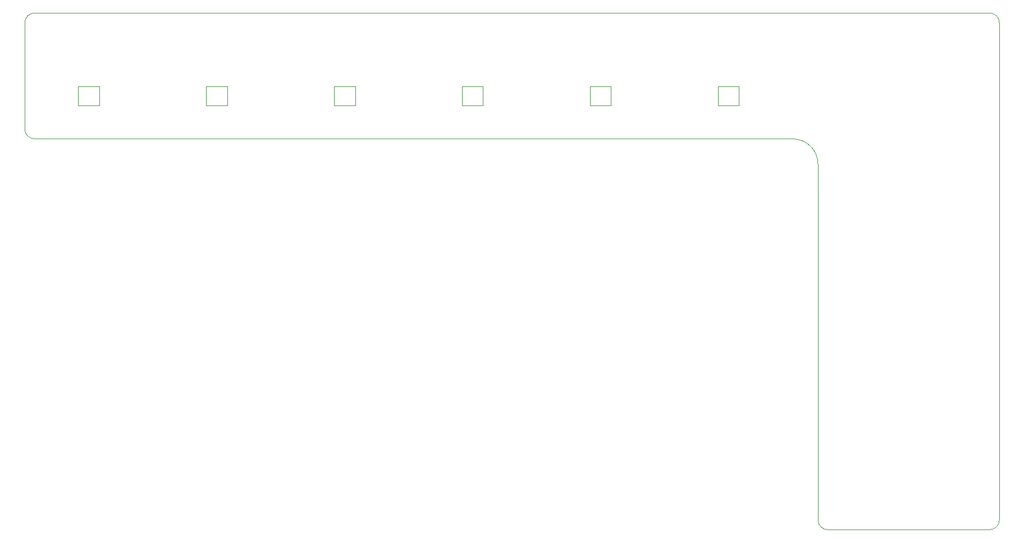
<source format=gm1>
G04 #@! TF.GenerationSoftware,KiCad,Pcbnew,7.0.5*
G04 #@! TF.CreationDate,2023-12-27T01:10:25-08:00*
G04 #@! TF.ProjectId,Seismos_5CoreL,53656973-6d6f-4735-9f35-436f72654c2e,rev?*
G04 #@! TF.SameCoordinates,Original*
G04 #@! TF.FileFunction,Profile,NP*
%FSLAX46Y46*%
G04 Gerber Fmt 4.6, Leading zero omitted, Abs format (unit mm)*
G04 Created by KiCad (PCBNEW 7.0.5) date 2023-12-27 01:10:25*
%MOMM*%
%LPD*%
G01*
G04 APERTURE LIST*
G04 #@! TA.AperFunction,Profile*
%ADD10C,0.100000*%
G04 #@! TD*
G04 #@! TA.AperFunction,Profile*
%ADD11C,0.120000*%
G04 #@! TD*
G04 APERTURE END LIST*
D10*
X151134000Y-98000000D02*
X175500000Y-98000000D01*
X177000000Y-21500000D02*
G75*
G03*
X175500000Y-20000000I-1500000J0D01*
G01*
X149634000Y-42810000D02*
X149634000Y-96500000D01*
X149634000Y-96500000D02*
G75*
G03*
X151134000Y-98000000I1500000J0D01*
G01*
X31500000Y-39000000D02*
X145824000Y-39000000D01*
X30000000Y-37500000D02*
G75*
G03*
X31500000Y-39000000I1500000J0D01*
G01*
X31500000Y-20000000D02*
G75*
G03*
X30000000Y-21500000I0J-1500000D01*
G01*
X177000000Y-21500000D02*
X177000000Y-96500000D01*
X175500000Y-98000000D02*
G75*
G03*
X177000000Y-96500000I0J1500000D01*
G01*
X149634000Y-42810000D02*
G75*
G03*
X145824000Y-39000000I-3810000J0D01*
G01*
X175500000Y-20000000D02*
X31500000Y-20000000D01*
X30000000Y-21500000D02*
X30000000Y-37500000D01*
D11*
X38024400Y-33922400D02*
X41224800Y-33922400D01*
X41224800Y-33922400D02*
X41224800Y-31077600D01*
X41224800Y-31077600D02*
X38024400Y-31077600D01*
X38024400Y-31077600D02*
X38024400Y-33922400D01*
X134524400Y-33922400D02*
X137724800Y-33922400D01*
X137724800Y-33922400D02*
X137724800Y-31077600D01*
X137724800Y-31077600D02*
X134524400Y-31077600D01*
X134524400Y-31077600D02*
X134524400Y-33922400D01*
X95924400Y-33922400D02*
X99124800Y-33922400D01*
X99124800Y-33922400D02*
X99124800Y-31077600D01*
X99124800Y-31077600D02*
X95924400Y-31077600D01*
X95924400Y-31077600D02*
X95924400Y-33922400D01*
X76624400Y-33922400D02*
X79824800Y-33922400D01*
X79824800Y-33922400D02*
X79824800Y-31077600D01*
X79824800Y-31077600D02*
X76624400Y-31077600D01*
X76624400Y-31077600D02*
X76624400Y-33922400D01*
X115224400Y-33922400D02*
X118424800Y-33922400D01*
X118424800Y-33922400D02*
X118424800Y-31077600D01*
X118424800Y-31077600D02*
X115224400Y-31077600D01*
X115224400Y-31077600D02*
X115224400Y-33922400D01*
X57324400Y-33922400D02*
X60524800Y-33922400D01*
X60524800Y-33922400D02*
X60524800Y-31077600D01*
X60524800Y-31077600D02*
X57324400Y-31077600D01*
X57324400Y-31077600D02*
X57324400Y-33922400D01*
M02*

</source>
